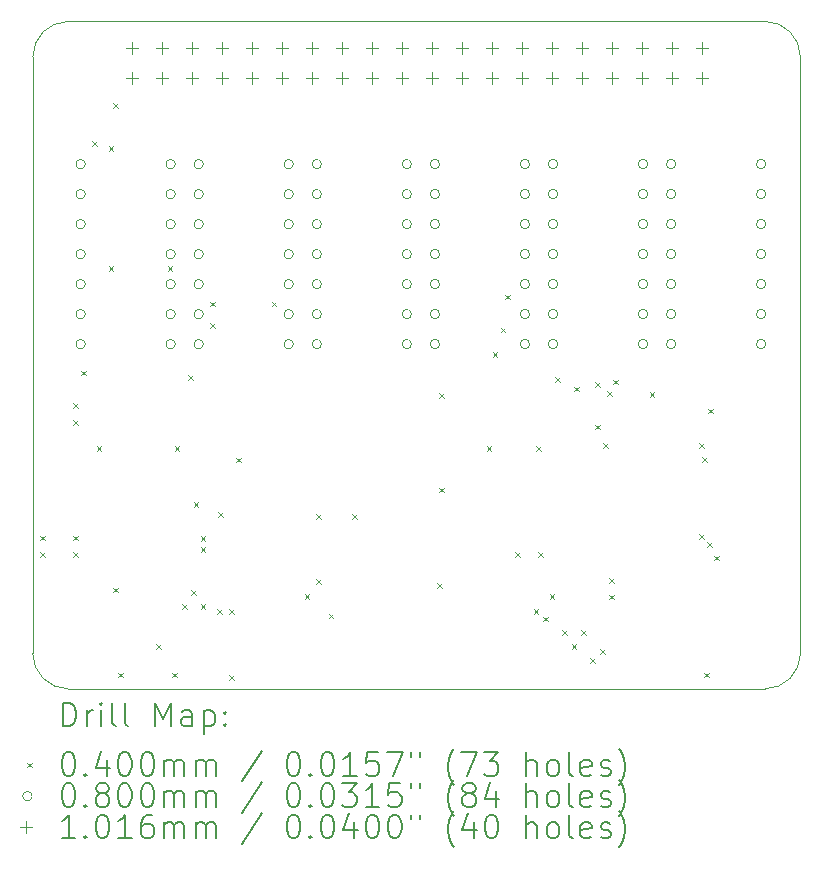
<source format=gbr>
%TF.GenerationSoftware,KiCad,Pcbnew,7.0.8*%
%TF.CreationDate,2023-11-07T21:40:34+02:00*%
%TF.ProjectId,ltp_kikad,6c74705f-6b69-46b6-9164-2e6b69636164,rev?*%
%TF.SameCoordinates,Original*%
%TF.FileFunction,Drillmap*%
%TF.FilePolarity,Positive*%
%FSLAX45Y45*%
G04 Gerber Fmt 4.5, Leading zero omitted, Abs format (unit mm)*
G04 Created by KiCad (PCBNEW 7.0.8) date 2023-11-07 21:40:34*
%MOMM*%
%LPD*%
G01*
G04 APERTURE LIST*
%ADD10C,0.100000*%
%ADD11C,0.200000*%
%ADD12C,0.040000*%
%ADD13C,0.080000*%
%ADD14C,0.101600*%
G04 APERTURE END LIST*
D10*
X18396680Y-7157220D02*
X18396680Y-5607220D01*
X18096680Y-10957220D02*
G75*
G03*
X18396680Y-10657220I0J300000D01*
G01*
X18396680Y-9057220D02*
X18396680Y-7157220D01*
X11896680Y-10657220D02*
G75*
G03*
X12196680Y-10957220I300000J0D01*
G01*
X18397020Y-10656360D02*
X18397020Y-9056360D01*
X18396680Y-5607220D02*
G75*
G03*
X18096680Y-5307220I-300000J0D01*
G01*
X12196680Y-5307220D02*
G75*
G03*
X11896680Y-5607220I0J-300000D01*
G01*
X18096680Y-5307220D02*
X12196680Y-5307220D01*
X18096680Y-10957220D02*
X12196680Y-10957220D01*
X11896680Y-10657220D02*
X11896680Y-5607220D01*
D11*
D12*
X11958700Y-9660000D02*
X11998700Y-9700000D01*
X11998700Y-9660000D02*
X11958700Y-9700000D01*
X11958700Y-9800000D02*
X11998700Y-9840000D01*
X11998700Y-9800000D02*
X11958700Y-9840000D01*
X12238700Y-8540000D02*
X12278700Y-8580000D01*
X12278700Y-8540000D02*
X12238700Y-8580000D01*
X12238700Y-8680000D02*
X12278700Y-8720000D01*
X12278700Y-8680000D02*
X12238700Y-8720000D01*
X12238700Y-9660000D02*
X12278700Y-9700000D01*
X12278700Y-9660000D02*
X12238700Y-9700000D01*
X12238700Y-9800000D02*
X12278700Y-9840000D01*
X12278700Y-9800000D02*
X12238700Y-9840000D01*
X12303750Y-8263336D02*
X12343750Y-8303336D01*
X12343750Y-8263336D02*
X12303750Y-8303336D01*
X12398700Y-6320000D02*
X12438700Y-6360000D01*
X12438700Y-6320000D02*
X12398700Y-6360000D01*
X12438700Y-8900000D02*
X12478700Y-8940000D01*
X12478700Y-8900000D02*
X12438700Y-8940000D01*
X12538700Y-6360000D02*
X12578700Y-6400000D01*
X12578700Y-6360000D02*
X12538700Y-6400000D01*
X12538700Y-7380000D02*
X12578700Y-7420000D01*
X12578700Y-7380000D02*
X12538700Y-7420000D01*
X12578700Y-6000000D02*
X12618700Y-6040000D01*
X12618700Y-6000000D02*
X12578700Y-6040000D01*
X12578700Y-10100000D02*
X12618700Y-10140000D01*
X12618700Y-10100000D02*
X12578700Y-10140000D01*
X12618700Y-10820000D02*
X12658700Y-10860000D01*
X12658700Y-10820000D02*
X12618700Y-10860000D01*
X12938700Y-10580000D02*
X12978700Y-10620000D01*
X12978700Y-10580000D02*
X12938700Y-10620000D01*
X13038700Y-7380000D02*
X13078700Y-7420000D01*
X13078700Y-7380000D02*
X13038700Y-7420000D01*
X13078700Y-10820000D02*
X13118700Y-10860000D01*
X13118700Y-10820000D02*
X13078700Y-10860000D01*
X13098700Y-8900000D02*
X13138700Y-8940000D01*
X13138700Y-8900000D02*
X13098700Y-8940000D01*
X13158700Y-10240000D02*
X13198700Y-10280000D01*
X13198700Y-10240000D02*
X13158700Y-10280000D01*
X13214250Y-8300000D02*
X13254250Y-8340000D01*
X13254250Y-8300000D02*
X13214250Y-8340000D01*
X13238700Y-10120000D02*
X13278700Y-10160000D01*
X13278700Y-10120000D02*
X13238700Y-10160000D01*
X13258700Y-9380000D02*
X13298700Y-9420000D01*
X13298700Y-9380000D02*
X13258700Y-9420000D01*
X13318700Y-9665050D02*
X13358700Y-9705050D01*
X13358700Y-9665050D02*
X13318700Y-9705050D01*
X13318700Y-9760000D02*
X13358700Y-9800000D01*
X13358700Y-9760000D02*
X13318700Y-9800000D01*
X13318700Y-10240000D02*
X13358700Y-10280000D01*
X13358700Y-10240000D02*
X13318700Y-10280000D01*
X13398700Y-7680000D02*
X13438700Y-7720000D01*
X13438700Y-7680000D02*
X13398700Y-7720000D01*
X13398700Y-7860000D02*
X13438700Y-7900000D01*
X13438700Y-7860000D02*
X13398700Y-7900000D01*
X13458700Y-10280000D02*
X13498700Y-10320000D01*
X13498700Y-10280000D02*
X13458700Y-10320000D01*
X13466150Y-9460000D02*
X13506150Y-9500000D01*
X13506150Y-9460000D02*
X13466150Y-9500000D01*
X13558700Y-10280000D02*
X13598700Y-10320000D01*
X13598700Y-10280000D02*
X13558700Y-10320000D01*
X13558700Y-10840000D02*
X13598700Y-10880000D01*
X13598700Y-10840000D02*
X13558700Y-10880000D01*
X13618700Y-9000000D02*
X13658700Y-9040000D01*
X13658700Y-9000000D02*
X13618700Y-9040000D01*
X13918700Y-7680000D02*
X13958700Y-7720000D01*
X13958700Y-7680000D02*
X13918700Y-7720000D01*
X14198700Y-10156000D02*
X14238700Y-10196000D01*
X14238700Y-10156000D02*
X14198700Y-10196000D01*
X14298700Y-9480000D02*
X14338700Y-9520000D01*
X14338700Y-9480000D02*
X14298700Y-9520000D01*
X14298700Y-10029000D02*
X14338700Y-10069000D01*
X14338700Y-10029000D02*
X14298700Y-10069000D01*
X14401200Y-10320000D02*
X14441200Y-10360000D01*
X14441200Y-10320000D02*
X14401200Y-10360000D01*
X14598700Y-9480000D02*
X14638700Y-9520000D01*
X14638700Y-9480000D02*
X14598700Y-9520000D01*
X15318700Y-10060000D02*
X15358700Y-10100000D01*
X15358700Y-10060000D02*
X15318700Y-10100000D01*
X15338700Y-8455000D02*
X15378700Y-8495000D01*
X15378700Y-8455000D02*
X15338700Y-8495000D01*
X15338700Y-9255000D02*
X15378700Y-9295000D01*
X15378700Y-9255000D02*
X15338700Y-9295000D01*
X15738701Y-8900000D02*
X15778701Y-8940000D01*
X15778701Y-8900000D02*
X15738701Y-8940000D01*
X15791250Y-8106460D02*
X15831250Y-8146460D01*
X15831250Y-8106460D02*
X15791250Y-8146460D01*
X15858700Y-7900000D02*
X15898700Y-7940000D01*
X15898700Y-7900000D02*
X15858700Y-7940000D01*
X15898700Y-7620000D02*
X15938700Y-7660000D01*
X15938700Y-7620000D02*
X15898700Y-7660000D01*
X15978700Y-9800000D02*
X16018700Y-9840000D01*
X16018700Y-9800000D02*
X15978700Y-9840000D01*
X16138700Y-10280000D02*
X16178700Y-10320000D01*
X16178700Y-10280000D02*
X16138700Y-10320000D01*
X16158700Y-8900000D02*
X16198700Y-8940000D01*
X16198700Y-8900000D02*
X16158700Y-8940000D01*
X16178700Y-9800000D02*
X16218700Y-9840000D01*
X16218700Y-9800000D02*
X16178700Y-9840000D01*
X16218700Y-10347450D02*
X16258700Y-10387450D01*
X16258700Y-10347450D02*
X16218700Y-10387450D01*
X16272700Y-10154000D02*
X16312700Y-10194000D01*
X16312700Y-10154000D02*
X16272700Y-10194000D01*
X16318700Y-8320000D02*
X16358700Y-8360000D01*
X16358700Y-8320000D02*
X16318700Y-8360000D01*
X16378700Y-10460000D02*
X16418700Y-10500000D01*
X16418700Y-10460000D02*
X16378700Y-10500000D01*
X16458700Y-10580000D02*
X16498700Y-10620000D01*
X16498700Y-10580000D02*
X16458700Y-10620000D01*
X16478700Y-8400000D02*
X16518700Y-8440000D01*
X16518700Y-8400000D02*
X16478700Y-8440000D01*
X16538700Y-10460000D02*
X16578700Y-10500000D01*
X16578700Y-10460000D02*
X16538700Y-10500000D01*
X16618700Y-10700000D02*
X16658700Y-10740000D01*
X16658700Y-10700000D02*
X16618700Y-10740000D01*
X16658700Y-8360000D02*
X16698700Y-8400000D01*
X16698700Y-8360000D02*
X16658700Y-8400000D01*
X16658700Y-8720000D02*
X16698700Y-8760000D01*
X16698700Y-8720000D02*
X16658700Y-8760000D01*
X16698700Y-10620000D02*
X16738700Y-10660000D01*
X16738700Y-10620000D02*
X16698700Y-10660000D01*
X16726150Y-8880000D02*
X16766150Y-8920000D01*
X16766150Y-8880000D02*
X16726150Y-8920000D01*
X16758700Y-8440000D02*
X16798700Y-8480000D01*
X16798700Y-8440000D02*
X16758700Y-8480000D01*
X16778700Y-10020000D02*
X16818700Y-10060000D01*
X16818700Y-10020000D02*
X16778700Y-10060000D01*
X16778700Y-10160000D02*
X16818700Y-10200000D01*
X16818700Y-10160000D02*
X16778700Y-10200000D01*
X16811200Y-8340000D02*
X16851200Y-8380000D01*
X16851200Y-8340000D02*
X16811200Y-8380000D01*
X17118700Y-8443744D02*
X17158700Y-8483744D01*
X17158700Y-8443744D02*
X17118700Y-8483744D01*
X17538700Y-8880000D02*
X17578700Y-8920000D01*
X17578700Y-8880000D02*
X17538700Y-8920000D01*
X17538700Y-9646000D02*
X17578700Y-9686000D01*
X17578700Y-9646000D02*
X17538700Y-9686000D01*
X17564731Y-8998581D02*
X17604731Y-9038581D01*
X17604731Y-8998581D02*
X17564731Y-9038581D01*
X17578700Y-10820000D02*
X17618700Y-10860000D01*
X17618700Y-10820000D02*
X17578700Y-10860000D01*
X17608851Y-9713450D02*
X17648851Y-9753450D01*
X17648851Y-9713450D02*
X17608851Y-9753450D01*
X17612963Y-8585737D02*
X17652963Y-8625737D01*
X17652963Y-8585737D02*
X17612963Y-8625737D01*
X17668700Y-9830000D02*
X17708700Y-9870000D01*
X17708700Y-9830000D02*
X17668700Y-9870000D01*
D13*
X12341700Y-6515000D02*
G75*
G03*
X12341700Y-6515000I-40000J0D01*
G01*
X12341700Y-6769000D02*
G75*
G03*
X12341700Y-6769000I-40000J0D01*
G01*
X12341700Y-7023000D02*
G75*
G03*
X12341700Y-7023000I-40000J0D01*
G01*
X12341700Y-7277000D02*
G75*
G03*
X12341700Y-7277000I-40000J0D01*
G01*
X12341700Y-7531000D02*
G75*
G03*
X12341700Y-7531000I-40000J0D01*
G01*
X12341700Y-7785000D02*
G75*
G03*
X12341700Y-7785000I-40000J0D01*
G01*
X12341700Y-8039000D02*
G75*
G03*
X12341700Y-8039000I-40000J0D01*
G01*
X13103700Y-6515000D02*
G75*
G03*
X13103700Y-6515000I-40000J0D01*
G01*
X13103700Y-6769000D02*
G75*
G03*
X13103700Y-6769000I-40000J0D01*
G01*
X13103700Y-7023000D02*
G75*
G03*
X13103700Y-7023000I-40000J0D01*
G01*
X13103700Y-7277000D02*
G75*
G03*
X13103700Y-7277000I-40000J0D01*
G01*
X13103700Y-7531000D02*
G75*
G03*
X13103700Y-7531000I-40000J0D01*
G01*
X13103700Y-7785000D02*
G75*
G03*
X13103700Y-7785000I-40000J0D01*
G01*
X13103700Y-8039000D02*
G75*
G03*
X13103700Y-8039000I-40000J0D01*
G01*
X13341700Y-6515000D02*
G75*
G03*
X13341700Y-6515000I-40000J0D01*
G01*
X13341700Y-6769000D02*
G75*
G03*
X13341700Y-6769000I-40000J0D01*
G01*
X13341700Y-7023000D02*
G75*
G03*
X13341700Y-7023000I-40000J0D01*
G01*
X13341700Y-7277000D02*
G75*
G03*
X13341700Y-7277000I-40000J0D01*
G01*
X13341700Y-7531000D02*
G75*
G03*
X13341700Y-7531000I-40000J0D01*
G01*
X13341700Y-7785000D02*
G75*
G03*
X13341700Y-7785000I-40000J0D01*
G01*
X13341700Y-8039000D02*
G75*
G03*
X13341700Y-8039000I-40000J0D01*
G01*
X14103700Y-6515000D02*
G75*
G03*
X14103700Y-6515000I-40000J0D01*
G01*
X14103700Y-6769000D02*
G75*
G03*
X14103700Y-6769000I-40000J0D01*
G01*
X14103700Y-7023000D02*
G75*
G03*
X14103700Y-7023000I-40000J0D01*
G01*
X14103700Y-7277000D02*
G75*
G03*
X14103700Y-7277000I-40000J0D01*
G01*
X14103700Y-7531000D02*
G75*
G03*
X14103700Y-7531000I-40000J0D01*
G01*
X14103700Y-7785000D02*
G75*
G03*
X14103700Y-7785000I-40000J0D01*
G01*
X14103700Y-8039000D02*
G75*
G03*
X14103700Y-8039000I-40000J0D01*
G01*
X14341700Y-6514960D02*
G75*
G03*
X14341700Y-6514960I-40000J0D01*
G01*
X14341700Y-6768960D02*
G75*
G03*
X14341700Y-6768960I-40000J0D01*
G01*
X14341700Y-7022960D02*
G75*
G03*
X14341700Y-7022960I-40000J0D01*
G01*
X14341700Y-7276960D02*
G75*
G03*
X14341700Y-7276960I-40000J0D01*
G01*
X14341700Y-7530960D02*
G75*
G03*
X14341700Y-7530960I-40000J0D01*
G01*
X14341700Y-7784960D02*
G75*
G03*
X14341700Y-7784960I-40000J0D01*
G01*
X14341700Y-8038960D02*
G75*
G03*
X14341700Y-8038960I-40000J0D01*
G01*
X15103700Y-6514960D02*
G75*
G03*
X15103700Y-6514960I-40000J0D01*
G01*
X15103700Y-6768960D02*
G75*
G03*
X15103700Y-6768960I-40000J0D01*
G01*
X15103700Y-7022960D02*
G75*
G03*
X15103700Y-7022960I-40000J0D01*
G01*
X15103700Y-7276960D02*
G75*
G03*
X15103700Y-7276960I-40000J0D01*
G01*
X15103700Y-7530960D02*
G75*
G03*
X15103700Y-7530960I-40000J0D01*
G01*
X15103700Y-7784960D02*
G75*
G03*
X15103700Y-7784960I-40000J0D01*
G01*
X15103700Y-8038960D02*
G75*
G03*
X15103700Y-8038960I-40000J0D01*
G01*
X15341700Y-6514960D02*
G75*
G03*
X15341700Y-6514960I-40000J0D01*
G01*
X15341700Y-6768960D02*
G75*
G03*
X15341700Y-6768960I-40000J0D01*
G01*
X15341700Y-7022960D02*
G75*
G03*
X15341700Y-7022960I-40000J0D01*
G01*
X15341700Y-7276960D02*
G75*
G03*
X15341700Y-7276960I-40000J0D01*
G01*
X15341700Y-7530960D02*
G75*
G03*
X15341700Y-7530960I-40000J0D01*
G01*
X15341700Y-7784960D02*
G75*
G03*
X15341700Y-7784960I-40000J0D01*
G01*
X15341700Y-8038960D02*
G75*
G03*
X15341700Y-8038960I-40000J0D01*
G01*
X16103700Y-6514960D02*
G75*
G03*
X16103700Y-6514960I-40000J0D01*
G01*
X16103700Y-6768960D02*
G75*
G03*
X16103700Y-6768960I-40000J0D01*
G01*
X16103700Y-7022960D02*
G75*
G03*
X16103700Y-7022960I-40000J0D01*
G01*
X16103700Y-7276960D02*
G75*
G03*
X16103700Y-7276960I-40000J0D01*
G01*
X16103700Y-7530960D02*
G75*
G03*
X16103700Y-7530960I-40000J0D01*
G01*
X16103700Y-7784960D02*
G75*
G03*
X16103700Y-7784960I-40000J0D01*
G01*
X16103700Y-8038960D02*
G75*
G03*
X16103700Y-8038960I-40000J0D01*
G01*
X16341700Y-6515000D02*
G75*
G03*
X16341700Y-6515000I-40000J0D01*
G01*
X16341700Y-6769000D02*
G75*
G03*
X16341700Y-6769000I-40000J0D01*
G01*
X16341700Y-7023000D02*
G75*
G03*
X16341700Y-7023000I-40000J0D01*
G01*
X16341700Y-7277000D02*
G75*
G03*
X16341700Y-7277000I-40000J0D01*
G01*
X16341700Y-7531000D02*
G75*
G03*
X16341700Y-7531000I-40000J0D01*
G01*
X16341700Y-7785000D02*
G75*
G03*
X16341700Y-7785000I-40000J0D01*
G01*
X16341700Y-8039000D02*
G75*
G03*
X16341700Y-8039000I-40000J0D01*
G01*
X17103700Y-6515000D02*
G75*
G03*
X17103700Y-6515000I-40000J0D01*
G01*
X17103700Y-6769000D02*
G75*
G03*
X17103700Y-6769000I-40000J0D01*
G01*
X17103700Y-7023000D02*
G75*
G03*
X17103700Y-7023000I-40000J0D01*
G01*
X17103700Y-7277000D02*
G75*
G03*
X17103700Y-7277000I-40000J0D01*
G01*
X17103700Y-7531000D02*
G75*
G03*
X17103700Y-7531000I-40000J0D01*
G01*
X17103700Y-7785000D02*
G75*
G03*
X17103700Y-7785000I-40000J0D01*
G01*
X17103700Y-8039000D02*
G75*
G03*
X17103700Y-8039000I-40000J0D01*
G01*
X17341700Y-6515000D02*
G75*
G03*
X17341700Y-6515000I-40000J0D01*
G01*
X17341700Y-6769000D02*
G75*
G03*
X17341700Y-6769000I-40000J0D01*
G01*
X17341700Y-7023000D02*
G75*
G03*
X17341700Y-7023000I-40000J0D01*
G01*
X17341700Y-7277000D02*
G75*
G03*
X17341700Y-7277000I-40000J0D01*
G01*
X17341700Y-7531000D02*
G75*
G03*
X17341700Y-7531000I-40000J0D01*
G01*
X17341700Y-7785000D02*
G75*
G03*
X17341700Y-7785000I-40000J0D01*
G01*
X17341700Y-8039000D02*
G75*
G03*
X17341700Y-8039000I-40000J0D01*
G01*
X18103700Y-6515000D02*
G75*
G03*
X18103700Y-6515000I-40000J0D01*
G01*
X18103700Y-6769000D02*
G75*
G03*
X18103700Y-6769000I-40000J0D01*
G01*
X18103700Y-7023000D02*
G75*
G03*
X18103700Y-7023000I-40000J0D01*
G01*
X18103700Y-7277000D02*
G75*
G03*
X18103700Y-7277000I-40000J0D01*
G01*
X18103700Y-7531000D02*
G75*
G03*
X18103700Y-7531000I-40000J0D01*
G01*
X18103700Y-7785000D02*
G75*
G03*
X18103700Y-7785000I-40000J0D01*
G01*
X18103700Y-8039000D02*
G75*
G03*
X18103700Y-8039000I-40000J0D01*
G01*
D14*
X12733000Y-5479200D02*
X12733000Y-5580800D01*
X12682200Y-5530000D02*
X12783800Y-5530000D01*
X12733000Y-5733200D02*
X12733000Y-5834800D01*
X12682200Y-5784000D02*
X12783800Y-5784000D01*
X12987000Y-5479200D02*
X12987000Y-5580800D01*
X12936200Y-5530000D02*
X13037800Y-5530000D01*
X12987000Y-5733200D02*
X12987000Y-5834800D01*
X12936200Y-5784000D02*
X13037800Y-5784000D01*
X13241000Y-5479200D02*
X13241000Y-5580800D01*
X13190200Y-5530000D02*
X13291800Y-5530000D01*
X13241000Y-5733200D02*
X13241000Y-5834800D01*
X13190200Y-5784000D02*
X13291800Y-5784000D01*
X13495000Y-5479200D02*
X13495000Y-5580800D01*
X13444200Y-5530000D02*
X13545800Y-5530000D01*
X13495000Y-5733200D02*
X13495000Y-5834800D01*
X13444200Y-5784000D02*
X13545800Y-5784000D01*
X13749000Y-5479200D02*
X13749000Y-5580800D01*
X13698200Y-5530000D02*
X13799800Y-5530000D01*
X13749000Y-5733200D02*
X13749000Y-5834800D01*
X13698200Y-5784000D02*
X13799800Y-5784000D01*
X14003000Y-5479200D02*
X14003000Y-5580800D01*
X13952200Y-5530000D02*
X14053800Y-5530000D01*
X14003000Y-5733200D02*
X14003000Y-5834800D01*
X13952200Y-5784000D02*
X14053800Y-5784000D01*
X14257000Y-5479200D02*
X14257000Y-5580800D01*
X14206200Y-5530000D02*
X14307800Y-5530000D01*
X14257000Y-5733200D02*
X14257000Y-5834800D01*
X14206200Y-5784000D02*
X14307800Y-5784000D01*
X14511000Y-5479200D02*
X14511000Y-5580800D01*
X14460200Y-5530000D02*
X14561800Y-5530000D01*
X14511000Y-5733200D02*
X14511000Y-5834800D01*
X14460200Y-5784000D02*
X14561800Y-5784000D01*
X14765000Y-5479200D02*
X14765000Y-5580800D01*
X14714200Y-5530000D02*
X14815800Y-5530000D01*
X14765000Y-5733200D02*
X14765000Y-5834800D01*
X14714200Y-5784000D02*
X14815800Y-5784000D01*
X15019000Y-5479200D02*
X15019000Y-5580800D01*
X14968200Y-5530000D02*
X15069800Y-5530000D01*
X15019000Y-5733200D02*
X15019000Y-5834800D01*
X14968200Y-5784000D02*
X15069800Y-5784000D01*
X15273000Y-5479200D02*
X15273000Y-5580800D01*
X15222200Y-5530000D02*
X15323800Y-5530000D01*
X15273000Y-5733200D02*
X15273000Y-5834800D01*
X15222200Y-5784000D02*
X15323800Y-5784000D01*
X15527000Y-5479200D02*
X15527000Y-5580800D01*
X15476200Y-5530000D02*
X15577800Y-5530000D01*
X15527000Y-5733200D02*
X15527000Y-5834800D01*
X15476200Y-5784000D02*
X15577800Y-5784000D01*
X15781000Y-5479200D02*
X15781000Y-5580800D01*
X15730200Y-5530000D02*
X15831800Y-5530000D01*
X15781000Y-5733200D02*
X15781000Y-5834800D01*
X15730200Y-5784000D02*
X15831800Y-5784000D01*
X16035000Y-5479200D02*
X16035000Y-5580800D01*
X15984200Y-5530000D02*
X16085800Y-5530000D01*
X16035000Y-5733200D02*
X16035000Y-5834800D01*
X15984200Y-5784000D02*
X16085800Y-5784000D01*
X16289000Y-5479200D02*
X16289000Y-5580800D01*
X16238200Y-5530000D02*
X16339800Y-5530000D01*
X16289000Y-5733200D02*
X16289000Y-5834800D01*
X16238200Y-5784000D02*
X16339800Y-5784000D01*
X16543000Y-5479200D02*
X16543000Y-5580800D01*
X16492200Y-5530000D02*
X16593800Y-5530000D01*
X16543000Y-5733200D02*
X16543000Y-5834800D01*
X16492200Y-5784000D02*
X16593800Y-5784000D01*
X16797000Y-5479200D02*
X16797000Y-5580800D01*
X16746200Y-5530000D02*
X16847800Y-5530000D01*
X16797000Y-5733200D02*
X16797000Y-5834800D01*
X16746200Y-5784000D02*
X16847800Y-5784000D01*
X17051000Y-5479200D02*
X17051000Y-5580800D01*
X17000200Y-5530000D02*
X17101800Y-5530000D01*
X17051000Y-5733200D02*
X17051000Y-5834800D01*
X17000200Y-5784000D02*
X17101800Y-5784000D01*
X17305000Y-5479200D02*
X17305000Y-5580800D01*
X17254200Y-5530000D02*
X17355800Y-5530000D01*
X17305000Y-5733200D02*
X17305000Y-5834800D01*
X17254200Y-5784000D02*
X17355800Y-5784000D01*
X17559000Y-5479200D02*
X17559000Y-5580800D01*
X17508200Y-5530000D02*
X17609800Y-5530000D01*
X17559000Y-5733200D02*
X17559000Y-5834800D01*
X17508200Y-5784000D02*
X17609800Y-5784000D01*
D11*
X12152457Y-11273704D02*
X12152457Y-11073704D01*
X12152457Y-11073704D02*
X12200076Y-11073704D01*
X12200076Y-11073704D02*
X12228647Y-11083228D01*
X12228647Y-11083228D02*
X12247695Y-11102275D01*
X12247695Y-11102275D02*
X12257219Y-11121323D01*
X12257219Y-11121323D02*
X12266742Y-11159418D01*
X12266742Y-11159418D02*
X12266742Y-11187989D01*
X12266742Y-11187989D02*
X12257219Y-11226085D01*
X12257219Y-11226085D02*
X12247695Y-11245132D01*
X12247695Y-11245132D02*
X12228647Y-11264180D01*
X12228647Y-11264180D02*
X12200076Y-11273704D01*
X12200076Y-11273704D02*
X12152457Y-11273704D01*
X12352457Y-11273704D02*
X12352457Y-11140370D01*
X12352457Y-11178466D02*
X12361981Y-11159418D01*
X12361981Y-11159418D02*
X12371504Y-11149894D01*
X12371504Y-11149894D02*
X12390552Y-11140370D01*
X12390552Y-11140370D02*
X12409600Y-11140370D01*
X12476266Y-11273704D02*
X12476266Y-11140370D01*
X12476266Y-11073704D02*
X12466742Y-11083228D01*
X12466742Y-11083228D02*
X12476266Y-11092751D01*
X12476266Y-11092751D02*
X12485790Y-11083228D01*
X12485790Y-11083228D02*
X12476266Y-11073704D01*
X12476266Y-11073704D02*
X12476266Y-11092751D01*
X12600076Y-11273704D02*
X12581028Y-11264180D01*
X12581028Y-11264180D02*
X12571504Y-11245132D01*
X12571504Y-11245132D02*
X12571504Y-11073704D01*
X12704838Y-11273704D02*
X12685790Y-11264180D01*
X12685790Y-11264180D02*
X12676266Y-11245132D01*
X12676266Y-11245132D02*
X12676266Y-11073704D01*
X12933409Y-11273704D02*
X12933409Y-11073704D01*
X12933409Y-11073704D02*
X13000076Y-11216561D01*
X13000076Y-11216561D02*
X13066742Y-11073704D01*
X13066742Y-11073704D02*
X13066742Y-11273704D01*
X13247695Y-11273704D02*
X13247695Y-11168942D01*
X13247695Y-11168942D02*
X13238171Y-11149894D01*
X13238171Y-11149894D02*
X13219123Y-11140370D01*
X13219123Y-11140370D02*
X13181028Y-11140370D01*
X13181028Y-11140370D02*
X13161981Y-11149894D01*
X13247695Y-11264180D02*
X13228647Y-11273704D01*
X13228647Y-11273704D02*
X13181028Y-11273704D01*
X13181028Y-11273704D02*
X13161981Y-11264180D01*
X13161981Y-11264180D02*
X13152457Y-11245132D01*
X13152457Y-11245132D02*
X13152457Y-11226085D01*
X13152457Y-11226085D02*
X13161981Y-11207037D01*
X13161981Y-11207037D02*
X13181028Y-11197513D01*
X13181028Y-11197513D02*
X13228647Y-11197513D01*
X13228647Y-11197513D02*
X13247695Y-11187989D01*
X13342933Y-11140370D02*
X13342933Y-11340370D01*
X13342933Y-11149894D02*
X13361981Y-11140370D01*
X13361981Y-11140370D02*
X13400076Y-11140370D01*
X13400076Y-11140370D02*
X13419123Y-11149894D01*
X13419123Y-11149894D02*
X13428647Y-11159418D01*
X13428647Y-11159418D02*
X13438171Y-11178466D01*
X13438171Y-11178466D02*
X13438171Y-11235608D01*
X13438171Y-11235608D02*
X13428647Y-11254656D01*
X13428647Y-11254656D02*
X13419123Y-11264180D01*
X13419123Y-11264180D02*
X13400076Y-11273704D01*
X13400076Y-11273704D02*
X13361981Y-11273704D01*
X13361981Y-11273704D02*
X13342933Y-11264180D01*
X13523885Y-11254656D02*
X13533409Y-11264180D01*
X13533409Y-11264180D02*
X13523885Y-11273704D01*
X13523885Y-11273704D02*
X13514362Y-11264180D01*
X13514362Y-11264180D02*
X13523885Y-11254656D01*
X13523885Y-11254656D02*
X13523885Y-11273704D01*
X13523885Y-11149894D02*
X13533409Y-11159418D01*
X13533409Y-11159418D02*
X13523885Y-11168942D01*
X13523885Y-11168942D02*
X13514362Y-11159418D01*
X13514362Y-11159418D02*
X13523885Y-11149894D01*
X13523885Y-11149894D02*
X13523885Y-11168942D01*
D12*
X11851680Y-11582220D02*
X11891680Y-11622220D01*
X11891680Y-11582220D02*
X11851680Y-11622220D01*
D11*
X12190552Y-11493704D02*
X12209600Y-11493704D01*
X12209600Y-11493704D02*
X12228647Y-11503228D01*
X12228647Y-11503228D02*
X12238171Y-11512751D01*
X12238171Y-11512751D02*
X12247695Y-11531799D01*
X12247695Y-11531799D02*
X12257219Y-11569894D01*
X12257219Y-11569894D02*
X12257219Y-11617513D01*
X12257219Y-11617513D02*
X12247695Y-11655608D01*
X12247695Y-11655608D02*
X12238171Y-11674656D01*
X12238171Y-11674656D02*
X12228647Y-11684180D01*
X12228647Y-11684180D02*
X12209600Y-11693704D01*
X12209600Y-11693704D02*
X12190552Y-11693704D01*
X12190552Y-11693704D02*
X12171504Y-11684180D01*
X12171504Y-11684180D02*
X12161981Y-11674656D01*
X12161981Y-11674656D02*
X12152457Y-11655608D01*
X12152457Y-11655608D02*
X12142933Y-11617513D01*
X12142933Y-11617513D02*
X12142933Y-11569894D01*
X12142933Y-11569894D02*
X12152457Y-11531799D01*
X12152457Y-11531799D02*
X12161981Y-11512751D01*
X12161981Y-11512751D02*
X12171504Y-11503228D01*
X12171504Y-11503228D02*
X12190552Y-11493704D01*
X12342933Y-11674656D02*
X12352457Y-11684180D01*
X12352457Y-11684180D02*
X12342933Y-11693704D01*
X12342933Y-11693704D02*
X12333409Y-11684180D01*
X12333409Y-11684180D02*
X12342933Y-11674656D01*
X12342933Y-11674656D02*
X12342933Y-11693704D01*
X12523885Y-11560370D02*
X12523885Y-11693704D01*
X12476266Y-11484180D02*
X12428647Y-11627037D01*
X12428647Y-11627037D02*
X12552457Y-11627037D01*
X12666742Y-11493704D02*
X12685790Y-11493704D01*
X12685790Y-11493704D02*
X12704838Y-11503228D01*
X12704838Y-11503228D02*
X12714362Y-11512751D01*
X12714362Y-11512751D02*
X12723885Y-11531799D01*
X12723885Y-11531799D02*
X12733409Y-11569894D01*
X12733409Y-11569894D02*
X12733409Y-11617513D01*
X12733409Y-11617513D02*
X12723885Y-11655608D01*
X12723885Y-11655608D02*
X12714362Y-11674656D01*
X12714362Y-11674656D02*
X12704838Y-11684180D01*
X12704838Y-11684180D02*
X12685790Y-11693704D01*
X12685790Y-11693704D02*
X12666742Y-11693704D01*
X12666742Y-11693704D02*
X12647695Y-11684180D01*
X12647695Y-11684180D02*
X12638171Y-11674656D01*
X12638171Y-11674656D02*
X12628647Y-11655608D01*
X12628647Y-11655608D02*
X12619123Y-11617513D01*
X12619123Y-11617513D02*
X12619123Y-11569894D01*
X12619123Y-11569894D02*
X12628647Y-11531799D01*
X12628647Y-11531799D02*
X12638171Y-11512751D01*
X12638171Y-11512751D02*
X12647695Y-11503228D01*
X12647695Y-11503228D02*
X12666742Y-11493704D01*
X12857219Y-11493704D02*
X12876266Y-11493704D01*
X12876266Y-11493704D02*
X12895314Y-11503228D01*
X12895314Y-11503228D02*
X12904838Y-11512751D01*
X12904838Y-11512751D02*
X12914362Y-11531799D01*
X12914362Y-11531799D02*
X12923885Y-11569894D01*
X12923885Y-11569894D02*
X12923885Y-11617513D01*
X12923885Y-11617513D02*
X12914362Y-11655608D01*
X12914362Y-11655608D02*
X12904838Y-11674656D01*
X12904838Y-11674656D02*
X12895314Y-11684180D01*
X12895314Y-11684180D02*
X12876266Y-11693704D01*
X12876266Y-11693704D02*
X12857219Y-11693704D01*
X12857219Y-11693704D02*
X12838171Y-11684180D01*
X12838171Y-11684180D02*
X12828647Y-11674656D01*
X12828647Y-11674656D02*
X12819123Y-11655608D01*
X12819123Y-11655608D02*
X12809600Y-11617513D01*
X12809600Y-11617513D02*
X12809600Y-11569894D01*
X12809600Y-11569894D02*
X12819123Y-11531799D01*
X12819123Y-11531799D02*
X12828647Y-11512751D01*
X12828647Y-11512751D02*
X12838171Y-11503228D01*
X12838171Y-11503228D02*
X12857219Y-11493704D01*
X13009600Y-11693704D02*
X13009600Y-11560370D01*
X13009600Y-11579418D02*
X13019123Y-11569894D01*
X13019123Y-11569894D02*
X13038171Y-11560370D01*
X13038171Y-11560370D02*
X13066743Y-11560370D01*
X13066743Y-11560370D02*
X13085790Y-11569894D01*
X13085790Y-11569894D02*
X13095314Y-11588942D01*
X13095314Y-11588942D02*
X13095314Y-11693704D01*
X13095314Y-11588942D02*
X13104838Y-11569894D01*
X13104838Y-11569894D02*
X13123885Y-11560370D01*
X13123885Y-11560370D02*
X13152457Y-11560370D01*
X13152457Y-11560370D02*
X13171504Y-11569894D01*
X13171504Y-11569894D02*
X13181028Y-11588942D01*
X13181028Y-11588942D02*
X13181028Y-11693704D01*
X13276266Y-11693704D02*
X13276266Y-11560370D01*
X13276266Y-11579418D02*
X13285790Y-11569894D01*
X13285790Y-11569894D02*
X13304838Y-11560370D01*
X13304838Y-11560370D02*
X13333409Y-11560370D01*
X13333409Y-11560370D02*
X13352457Y-11569894D01*
X13352457Y-11569894D02*
X13361981Y-11588942D01*
X13361981Y-11588942D02*
X13361981Y-11693704D01*
X13361981Y-11588942D02*
X13371504Y-11569894D01*
X13371504Y-11569894D02*
X13390552Y-11560370D01*
X13390552Y-11560370D02*
X13419123Y-11560370D01*
X13419123Y-11560370D02*
X13438171Y-11569894D01*
X13438171Y-11569894D02*
X13447695Y-11588942D01*
X13447695Y-11588942D02*
X13447695Y-11693704D01*
X13838171Y-11484180D02*
X13666743Y-11741323D01*
X14095314Y-11493704D02*
X14114362Y-11493704D01*
X14114362Y-11493704D02*
X14133409Y-11503228D01*
X14133409Y-11503228D02*
X14142933Y-11512751D01*
X14142933Y-11512751D02*
X14152457Y-11531799D01*
X14152457Y-11531799D02*
X14161981Y-11569894D01*
X14161981Y-11569894D02*
X14161981Y-11617513D01*
X14161981Y-11617513D02*
X14152457Y-11655608D01*
X14152457Y-11655608D02*
X14142933Y-11674656D01*
X14142933Y-11674656D02*
X14133409Y-11684180D01*
X14133409Y-11684180D02*
X14114362Y-11693704D01*
X14114362Y-11693704D02*
X14095314Y-11693704D01*
X14095314Y-11693704D02*
X14076266Y-11684180D01*
X14076266Y-11684180D02*
X14066743Y-11674656D01*
X14066743Y-11674656D02*
X14057219Y-11655608D01*
X14057219Y-11655608D02*
X14047695Y-11617513D01*
X14047695Y-11617513D02*
X14047695Y-11569894D01*
X14047695Y-11569894D02*
X14057219Y-11531799D01*
X14057219Y-11531799D02*
X14066743Y-11512751D01*
X14066743Y-11512751D02*
X14076266Y-11503228D01*
X14076266Y-11503228D02*
X14095314Y-11493704D01*
X14247695Y-11674656D02*
X14257219Y-11684180D01*
X14257219Y-11684180D02*
X14247695Y-11693704D01*
X14247695Y-11693704D02*
X14238171Y-11684180D01*
X14238171Y-11684180D02*
X14247695Y-11674656D01*
X14247695Y-11674656D02*
X14247695Y-11693704D01*
X14381028Y-11493704D02*
X14400076Y-11493704D01*
X14400076Y-11493704D02*
X14419124Y-11503228D01*
X14419124Y-11503228D02*
X14428647Y-11512751D01*
X14428647Y-11512751D02*
X14438171Y-11531799D01*
X14438171Y-11531799D02*
X14447695Y-11569894D01*
X14447695Y-11569894D02*
X14447695Y-11617513D01*
X14447695Y-11617513D02*
X14438171Y-11655608D01*
X14438171Y-11655608D02*
X14428647Y-11674656D01*
X14428647Y-11674656D02*
X14419124Y-11684180D01*
X14419124Y-11684180D02*
X14400076Y-11693704D01*
X14400076Y-11693704D02*
X14381028Y-11693704D01*
X14381028Y-11693704D02*
X14361981Y-11684180D01*
X14361981Y-11684180D02*
X14352457Y-11674656D01*
X14352457Y-11674656D02*
X14342933Y-11655608D01*
X14342933Y-11655608D02*
X14333409Y-11617513D01*
X14333409Y-11617513D02*
X14333409Y-11569894D01*
X14333409Y-11569894D02*
X14342933Y-11531799D01*
X14342933Y-11531799D02*
X14352457Y-11512751D01*
X14352457Y-11512751D02*
X14361981Y-11503228D01*
X14361981Y-11503228D02*
X14381028Y-11493704D01*
X14638171Y-11693704D02*
X14523886Y-11693704D01*
X14581028Y-11693704D02*
X14581028Y-11493704D01*
X14581028Y-11493704D02*
X14561981Y-11522275D01*
X14561981Y-11522275D02*
X14542933Y-11541323D01*
X14542933Y-11541323D02*
X14523886Y-11550847D01*
X14819124Y-11493704D02*
X14723886Y-11493704D01*
X14723886Y-11493704D02*
X14714362Y-11588942D01*
X14714362Y-11588942D02*
X14723886Y-11579418D01*
X14723886Y-11579418D02*
X14742933Y-11569894D01*
X14742933Y-11569894D02*
X14790552Y-11569894D01*
X14790552Y-11569894D02*
X14809600Y-11579418D01*
X14809600Y-11579418D02*
X14819124Y-11588942D01*
X14819124Y-11588942D02*
X14828647Y-11607989D01*
X14828647Y-11607989D02*
X14828647Y-11655608D01*
X14828647Y-11655608D02*
X14819124Y-11674656D01*
X14819124Y-11674656D02*
X14809600Y-11684180D01*
X14809600Y-11684180D02*
X14790552Y-11693704D01*
X14790552Y-11693704D02*
X14742933Y-11693704D01*
X14742933Y-11693704D02*
X14723886Y-11684180D01*
X14723886Y-11684180D02*
X14714362Y-11674656D01*
X14895314Y-11493704D02*
X15028647Y-11493704D01*
X15028647Y-11493704D02*
X14942933Y-11693704D01*
X15095314Y-11493704D02*
X15095314Y-11531799D01*
X15171505Y-11493704D02*
X15171505Y-11531799D01*
X15466743Y-11769894D02*
X15457219Y-11760370D01*
X15457219Y-11760370D02*
X15438171Y-11731799D01*
X15438171Y-11731799D02*
X15428648Y-11712751D01*
X15428648Y-11712751D02*
X15419124Y-11684180D01*
X15419124Y-11684180D02*
X15409600Y-11636561D01*
X15409600Y-11636561D02*
X15409600Y-11598466D01*
X15409600Y-11598466D02*
X15419124Y-11550847D01*
X15419124Y-11550847D02*
X15428648Y-11522275D01*
X15428648Y-11522275D02*
X15438171Y-11503228D01*
X15438171Y-11503228D02*
X15457219Y-11474656D01*
X15457219Y-11474656D02*
X15466743Y-11465132D01*
X15523886Y-11493704D02*
X15657219Y-11493704D01*
X15657219Y-11493704D02*
X15571505Y-11693704D01*
X15714362Y-11493704D02*
X15838171Y-11493704D01*
X15838171Y-11493704D02*
X15771505Y-11569894D01*
X15771505Y-11569894D02*
X15800076Y-11569894D01*
X15800076Y-11569894D02*
X15819124Y-11579418D01*
X15819124Y-11579418D02*
X15828648Y-11588942D01*
X15828648Y-11588942D02*
X15838171Y-11607989D01*
X15838171Y-11607989D02*
X15838171Y-11655608D01*
X15838171Y-11655608D02*
X15828648Y-11674656D01*
X15828648Y-11674656D02*
X15819124Y-11684180D01*
X15819124Y-11684180D02*
X15800076Y-11693704D01*
X15800076Y-11693704D02*
X15742933Y-11693704D01*
X15742933Y-11693704D02*
X15723886Y-11684180D01*
X15723886Y-11684180D02*
X15714362Y-11674656D01*
X16076267Y-11693704D02*
X16076267Y-11493704D01*
X16161981Y-11693704D02*
X16161981Y-11588942D01*
X16161981Y-11588942D02*
X16152457Y-11569894D01*
X16152457Y-11569894D02*
X16133410Y-11560370D01*
X16133410Y-11560370D02*
X16104838Y-11560370D01*
X16104838Y-11560370D02*
X16085790Y-11569894D01*
X16085790Y-11569894D02*
X16076267Y-11579418D01*
X16285790Y-11693704D02*
X16266743Y-11684180D01*
X16266743Y-11684180D02*
X16257219Y-11674656D01*
X16257219Y-11674656D02*
X16247695Y-11655608D01*
X16247695Y-11655608D02*
X16247695Y-11598466D01*
X16247695Y-11598466D02*
X16257219Y-11579418D01*
X16257219Y-11579418D02*
X16266743Y-11569894D01*
X16266743Y-11569894D02*
X16285790Y-11560370D01*
X16285790Y-11560370D02*
X16314362Y-11560370D01*
X16314362Y-11560370D02*
X16333410Y-11569894D01*
X16333410Y-11569894D02*
X16342933Y-11579418D01*
X16342933Y-11579418D02*
X16352457Y-11598466D01*
X16352457Y-11598466D02*
X16352457Y-11655608D01*
X16352457Y-11655608D02*
X16342933Y-11674656D01*
X16342933Y-11674656D02*
X16333410Y-11684180D01*
X16333410Y-11684180D02*
X16314362Y-11693704D01*
X16314362Y-11693704D02*
X16285790Y-11693704D01*
X16466743Y-11693704D02*
X16447695Y-11684180D01*
X16447695Y-11684180D02*
X16438171Y-11665132D01*
X16438171Y-11665132D02*
X16438171Y-11493704D01*
X16619124Y-11684180D02*
X16600076Y-11693704D01*
X16600076Y-11693704D02*
X16561981Y-11693704D01*
X16561981Y-11693704D02*
X16542933Y-11684180D01*
X16542933Y-11684180D02*
X16533410Y-11665132D01*
X16533410Y-11665132D02*
X16533410Y-11588942D01*
X16533410Y-11588942D02*
X16542933Y-11569894D01*
X16542933Y-11569894D02*
X16561981Y-11560370D01*
X16561981Y-11560370D02*
X16600076Y-11560370D01*
X16600076Y-11560370D02*
X16619124Y-11569894D01*
X16619124Y-11569894D02*
X16628648Y-11588942D01*
X16628648Y-11588942D02*
X16628648Y-11607989D01*
X16628648Y-11607989D02*
X16533410Y-11627037D01*
X16704838Y-11684180D02*
X16723886Y-11693704D01*
X16723886Y-11693704D02*
X16761981Y-11693704D01*
X16761981Y-11693704D02*
X16781029Y-11684180D01*
X16781029Y-11684180D02*
X16790553Y-11665132D01*
X16790553Y-11665132D02*
X16790553Y-11655608D01*
X16790553Y-11655608D02*
X16781029Y-11636561D01*
X16781029Y-11636561D02*
X16761981Y-11627037D01*
X16761981Y-11627037D02*
X16733410Y-11627037D01*
X16733410Y-11627037D02*
X16714362Y-11617513D01*
X16714362Y-11617513D02*
X16704838Y-11598466D01*
X16704838Y-11598466D02*
X16704838Y-11588942D01*
X16704838Y-11588942D02*
X16714362Y-11569894D01*
X16714362Y-11569894D02*
X16733410Y-11560370D01*
X16733410Y-11560370D02*
X16761981Y-11560370D01*
X16761981Y-11560370D02*
X16781029Y-11569894D01*
X16857219Y-11769894D02*
X16866743Y-11760370D01*
X16866743Y-11760370D02*
X16885791Y-11731799D01*
X16885791Y-11731799D02*
X16895314Y-11712751D01*
X16895314Y-11712751D02*
X16904838Y-11684180D01*
X16904838Y-11684180D02*
X16914362Y-11636561D01*
X16914362Y-11636561D02*
X16914362Y-11598466D01*
X16914362Y-11598466D02*
X16904838Y-11550847D01*
X16904838Y-11550847D02*
X16895314Y-11522275D01*
X16895314Y-11522275D02*
X16885791Y-11503228D01*
X16885791Y-11503228D02*
X16866743Y-11474656D01*
X16866743Y-11474656D02*
X16857219Y-11465132D01*
D13*
X11891680Y-11866220D02*
G75*
G03*
X11891680Y-11866220I-40000J0D01*
G01*
D11*
X12190552Y-11757704D02*
X12209600Y-11757704D01*
X12209600Y-11757704D02*
X12228647Y-11767228D01*
X12228647Y-11767228D02*
X12238171Y-11776751D01*
X12238171Y-11776751D02*
X12247695Y-11795799D01*
X12247695Y-11795799D02*
X12257219Y-11833894D01*
X12257219Y-11833894D02*
X12257219Y-11881513D01*
X12257219Y-11881513D02*
X12247695Y-11919608D01*
X12247695Y-11919608D02*
X12238171Y-11938656D01*
X12238171Y-11938656D02*
X12228647Y-11948180D01*
X12228647Y-11948180D02*
X12209600Y-11957704D01*
X12209600Y-11957704D02*
X12190552Y-11957704D01*
X12190552Y-11957704D02*
X12171504Y-11948180D01*
X12171504Y-11948180D02*
X12161981Y-11938656D01*
X12161981Y-11938656D02*
X12152457Y-11919608D01*
X12152457Y-11919608D02*
X12142933Y-11881513D01*
X12142933Y-11881513D02*
X12142933Y-11833894D01*
X12142933Y-11833894D02*
X12152457Y-11795799D01*
X12152457Y-11795799D02*
X12161981Y-11776751D01*
X12161981Y-11776751D02*
X12171504Y-11767228D01*
X12171504Y-11767228D02*
X12190552Y-11757704D01*
X12342933Y-11938656D02*
X12352457Y-11948180D01*
X12352457Y-11948180D02*
X12342933Y-11957704D01*
X12342933Y-11957704D02*
X12333409Y-11948180D01*
X12333409Y-11948180D02*
X12342933Y-11938656D01*
X12342933Y-11938656D02*
X12342933Y-11957704D01*
X12466742Y-11843418D02*
X12447695Y-11833894D01*
X12447695Y-11833894D02*
X12438171Y-11824370D01*
X12438171Y-11824370D02*
X12428647Y-11805323D01*
X12428647Y-11805323D02*
X12428647Y-11795799D01*
X12428647Y-11795799D02*
X12438171Y-11776751D01*
X12438171Y-11776751D02*
X12447695Y-11767228D01*
X12447695Y-11767228D02*
X12466742Y-11757704D01*
X12466742Y-11757704D02*
X12504838Y-11757704D01*
X12504838Y-11757704D02*
X12523885Y-11767228D01*
X12523885Y-11767228D02*
X12533409Y-11776751D01*
X12533409Y-11776751D02*
X12542933Y-11795799D01*
X12542933Y-11795799D02*
X12542933Y-11805323D01*
X12542933Y-11805323D02*
X12533409Y-11824370D01*
X12533409Y-11824370D02*
X12523885Y-11833894D01*
X12523885Y-11833894D02*
X12504838Y-11843418D01*
X12504838Y-11843418D02*
X12466742Y-11843418D01*
X12466742Y-11843418D02*
X12447695Y-11852942D01*
X12447695Y-11852942D02*
X12438171Y-11862466D01*
X12438171Y-11862466D02*
X12428647Y-11881513D01*
X12428647Y-11881513D02*
X12428647Y-11919608D01*
X12428647Y-11919608D02*
X12438171Y-11938656D01*
X12438171Y-11938656D02*
X12447695Y-11948180D01*
X12447695Y-11948180D02*
X12466742Y-11957704D01*
X12466742Y-11957704D02*
X12504838Y-11957704D01*
X12504838Y-11957704D02*
X12523885Y-11948180D01*
X12523885Y-11948180D02*
X12533409Y-11938656D01*
X12533409Y-11938656D02*
X12542933Y-11919608D01*
X12542933Y-11919608D02*
X12542933Y-11881513D01*
X12542933Y-11881513D02*
X12533409Y-11862466D01*
X12533409Y-11862466D02*
X12523885Y-11852942D01*
X12523885Y-11852942D02*
X12504838Y-11843418D01*
X12666742Y-11757704D02*
X12685790Y-11757704D01*
X12685790Y-11757704D02*
X12704838Y-11767228D01*
X12704838Y-11767228D02*
X12714362Y-11776751D01*
X12714362Y-11776751D02*
X12723885Y-11795799D01*
X12723885Y-11795799D02*
X12733409Y-11833894D01*
X12733409Y-11833894D02*
X12733409Y-11881513D01*
X12733409Y-11881513D02*
X12723885Y-11919608D01*
X12723885Y-11919608D02*
X12714362Y-11938656D01*
X12714362Y-11938656D02*
X12704838Y-11948180D01*
X12704838Y-11948180D02*
X12685790Y-11957704D01*
X12685790Y-11957704D02*
X12666742Y-11957704D01*
X12666742Y-11957704D02*
X12647695Y-11948180D01*
X12647695Y-11948180D02*
X12638171Y-11938656D01*
X12638171Y-11938656D02*
X12628647Y-11919608D01*
X12628647Y-11919608D02*
X12619123Y-11881513D01*
X12619123Y-11881513D02*
X12619123Y-11833894D01*
X12619123Y-11833894D02*
X12628647Y-11795799D01*
X12628647Y-11795799D02*
X12638171Y-11776751D01*
X12638171Y-11776751D02*
X12647695Y-11767228D01*
X12647695Y-11767228D02*
X12666742Y-11757704D01*
X12857219Y-11757704D02*
X12876266Y-11757704D01*
X12876266Y-11757704D02*
X12895314Y-11767228D01*
X12895314Y-11767228D02*
X12904838Y-11776751D01*
X12904838Y-11776751D02*
X12914362Y-11795799D01*
X12914362Y-11795799D02*
X12923885Y-11833894D01*
X12923885Y-11833894D02*
X12923885Y-11881513D01*
X12923885Y-11881513D02*
X12914362Y-11919608D01*
X12914362Y-11919608D02*
X12904838Y-11938656D01*
X12904838Y-11938656D02*
X12895314Y-11948180D01*
X12895314Y-11948180D02*
X12876266Y-11957704D01*
X12876266Y-11957704D02*
X12857219Y-11957704D01*
X12857219Y-11957704D02*
X12838171Y-11948180D01*
X12838171Y-11948180D02*
X12828647Y-11938656D01*
X12828647Y-11938656D02*
X12819123Y-11919608D01*
X12819123Y-11919608D02*
X12809600Y-11881513D01*
X12809600Y-11881513D02*
X12809600Y-11833894D01*
X12809600Y-11833894D02*
X12819123Y-11795799D01*
X12819123Y-11795799D02*
X12828647Y-11776751D01*
X12828647Y-11776751D02*
X12838171Y-11767228D01*
X12838171Y-11767228D02*
X12857219Y-11757704D01*
X13009600Y-11957704D02*
X13009600Y-11824370D01*
X13009600Y-11843418D02*
X13019123Y-11833894D01*
X13019123Y-11833894D02*
X13038171Y-11824370D01*
X13038171Y-11824370D02*
X13066743Y-11824370D01*
X13066743Y-11824370D02*
X13085790Y-11833894D01*
X13085790Y-11833894D02*
X13095314Y-11852942D01*
X13095314Y-11852942D02*
X13095314Y-11957704D01*
X13095314Y-11852942D02*
X13104838Y-11833894D01*
X13104838Y-11833894D02*
X13123885Y-11824370D01*
X13123885Y-11824370D02*
X13152457Y-11824370D01*
X13152457Y-11824370D02*
X13171504Y-11833894D01*
X13171504Y-11833894D02*
X13181028Y-11852942D01*
X13181028Y-11852942D02*
X13181028Y-11957704D01*
X13276266Y-11957704D02*
X13276266Y-11824370D01*
X13276266Y-11843418D02*
X13285790Y-11833894D01*
X13285790Y-11833894D02*
X13304838Y-11824370D01*
X13304838Y-11824370D02*
X13333409Y-11824370D01*
X13333409Y-11824370D02*
X13352457Y-11833894D01*
X13352457Y-11833894D02*
X13361981Y-11852942D01*
X13361981Y-11852942D02*
X13361981Y-11957704D01*
X13361981Y-11852942D02*
X13371504Y-11833894D01*
X13371504Y-11833894D02*
X13390552Y-11824370D01*
X13390552Y-11824370D02*
X13419123Y-11824370D01*
X13419123Y-11824370D02*
X13438171Y-11833894D01*
X13438171Y-11833894D02*
X13447695Y-11852942D01*
X13447695Y-11852942D02*
X13447695Y-11957704D01*
X13838171Y-11748180D02*
X13666743Y-12005323D01*
X14095314Y-11757704D02*
X14114362Y-11757704D01*
X14114362Y-11757704D02*
X14133409Y-11767228D01*
X14133409Y-11767228D02*
X14142933Y-11776751D01*
X14142933Y-11776751D02*
X14152457Y-11795799D01*
X14152457Y-11795799D02*
X14161981Y-11833894D01*
X14161981Y-11833894D02*
X14161981Y-11881513D01*
X14161981Y-11881513D02*
X14152457Y-11919608D01*
X14152457Y-11919608D02*
X14142933Y-11938656D01*
X14142933Y-11938656D02*
X14133409Y-11948180D01*
X14133409Y-11948180D02*
X14114362Y-11957704D01*
X14114362Y-11957704D02*
X14095314Y-11957704D01*
X14095314Y-11957704D02*
X14076266Y-11948180D01*
X14076266Y-11948180D02*
X14066743Y-11938656D01*
X14066743Y-11938656D02*
X14057219Y-11919608D01*
X14057219Y-11919608D02*
X14047695Y-11881513D01*
X14047695Y-11881513D02*
X14047695Y-11833894D01*
X14047695Y-11833894D02*
X14057219Y-11795799D01*
X14057219Y-11795799D02*
X14066743Y-11776751D01*
X14066743Y-11776751D02*
X14076266Y-11767228D01*
X14076266Y-11767228D02*
X14095314Y-11757704D01*
X14247695Y-11938656D02*
X14257219Y-11948180D01*
X14257219Y-11948180D02*
X14247695Y-11957704D01*
X14247695Y-11957704D02*
X14238171Y-11948180D01*
X14238171Y-11948180D02*
X14247695Y-11938656D01*
X14247695Y-11938656D02*
X14247695Y-11957704D01*
X14381028Y-11757704D02*
X14400076Y-11757704D01*
X14400076Y-11757704D02*
X14419124Y-11767228D01*
X14419124Y-11767228D02*
X14428647Y-11776751D01*
X14428647Y-11776751D02*
X14438171Y-11795799D01*
X14438171Y-11795799D02*
X14447695Y-11833894D01*
X14447695Y-11833894D02*
X14447695Y-11881513D01*
X14447695Y-11881513D02*
X14438171Y-11919608D01*
X14438171Y-11919608D02*
X14428647Y-11938656D01*
X14428647Y-11938656D02*
X14419124Y-11948180D01*
X14419124Y-11948180D02*
X14400076Y-11957704D01*
X14400076Y-11957704D02*
X14381028Y-11957704D01*
X14381028Y-11957704D02*
X14361981Y-11948180D01*
X14361981Y-11948180D02*
X14352457Y-11938656D01*
X14352457Y-11938656D02*
X14342933Y-11919608D01*
X14342933Y-11919608D02*
X14333409Y-11881513D01*
X14333409Y-11881513D02*
X14333409Y-11833894D01*
X14333409Y-11833894D02*
X14342933Y-11795799D01*
X14342933Y-11795799D02*
X14352457Y-11776751D01*
X14352457Y-11776751D02*
X14361981Y-11767228D01*
X14361981Y-11767228D02*
X14381028Y-11757704D01*
X14514362Y-11757704D02*
X14638171Y-11757704D01*
X14638171Y-11757704D02*
X14571505Y-11833894D01*
X14571505Y-11833894D02*
X14600076Y-11833894D01*
X14600076Y-11833894D02*
X14619124Y-11843418D01*
X14619124Y-11843418D02*
X14628647Y-11852942D01*
X14628647Y-11852942D02*
X14638171Y-11871989D01*
X14638171Y-11871989D02*
X14638171Y-11919608D01*
X14638171Y-11919608D02*
X14628647Y-11938656D01*
X14628647Y-11938656D02*
X14619124Y-11948180D01*
X14619124Y-11948180D02*
X14600076Y-11957704D01*
X14600076Y-11957704D02*
X14542933Y-11957704D01*
X14542933Y-11957704D02*
X14523886Y-11948180D01*
X14523886Y-11948180D02*
X14514362Y-11938656D01*
X14828647Y-11957704D02*
X14714362Y-11957704D01*
X14771505Y-11957704D02*
X14771505Y-11757704D01*
X14771505Y-11757704D02*
X14752457Y-11786275D01*
X14752457Y-11786275D02*
X14733409Y-11805323D01*
X14733409Y-11805323D02*
X14714362Y-11814847D01*
X15009600Y-11757704D02*
X14914362Y-11757704D01*
X14914362Y-11757704D02*
X14904838Y-11852942D01*
X14904838Y-11852942D02*
X14914362Y-11843418D01*
X14914362Y-11843418D02*
X14933409Y-11833894D01*
X14933409Y-11833894D02*
X14981028Y-11833894D01*
X14981028Y-11833894D02*
X15000076Y-11843418D01*
X15000076Y-11843418D02*
X15009600Y-11852942D01*
X15009600Y-11852942D02*
X15019124Y-11871989D01*
X15019124Y-11871989D02*
X15019124Y-11919608D01*
X15019124Y-11919608D02*
X15009600Y-11938656D01*
X15009600Y-11938656D02*
X15000076Y-11948180D01*
X15000076Y-11948180D02*
X14981028Y-11957704D01*
X14981028Y-11957704D02*
X14933409Y-11957704D01*
X14933409Y-11957704D02*
X14914362Y-11948180D01*
X14914362Y-11948180D02*
X14904838Y-11938656D01*
X15095314Y-11757704D02*
X15095314Y-11795799D01*
X15171505Y-11757704D02*
X15171505Y-11795799D01*
X15466743Y-12033894D02*
X15457219Y-12024370D01*
X15457219Y-12024370D02*
X15438171Y-11995799D01*
X15438171Y-11995799D02*
X15428648Y-11976751D01*
X15428648Y-11976751D02*
X15419124Y-11948180D01*
X15419124Y-11948180D02*
X15409600Y-11900561D01*
X15409600Y-11900561D02*
X15409600Y-11862466D01*
X15409600Y-11862466D02*
X15419124Y-11814847D01*
X15419124Y-11814847D02*
X15428648Y-11786275D01*
X15428648Y-11786275D02*
X15438171Y-11767228D01*
X15438171Y-11767228D02*
X15457219Y-11738656D01*
X15457219Y-11738656D02*
X15466743Y-11729132D01*
X15571505Y-11843418D02*
X15552457Y-11833894D01*
X15552457Y-11833894D02*
X15542933Y-11824370D01*
X15542933Y-11824370D02*
X15533409Y-11805323D01*
X15533409Y-11805323D02*
X15533409Y-11795799D01*
X15533409Y-11795799D02*
X15542933Y-11776751D01*
X15542933Y-11776751D02*
X15552457Y-11767228D01*
X15552457Y-11767228D02*
X15571505Y-11757704D01*
X15571505Y-11757704D02*
X15609600Y-11757704D01*
X15609600Y-11757704D02*
X15628648Y-11767228D01*
X15628648Y-11767228D02*
X15638171Y-11776751D01*
X15638171Y-11776751D02*
X15647695Y-11795799D01*
X15647695Y-11795799D02*
X15647695Y-11805323D01*
X15647695Y-11805323D02*
X15638171Y-11824370D01*
X15638171Y-11824370D02*
X15628648Y-11833894D01*
X15628648Y-11833894D02*
X15609600Y-11843418D01*
X15609600Y-11843418D02*
X15571505Y-11843418D01*
X15571505Y-11843418D02*
X15552457Y-11852942D01*
X15552457Y-11852942D02*
X15542933Y-11862466D01*
X15542933Y-11862466D02*
X15533409Y-11881513D01*
X15533409Y-11881513D02*
X15533409Y-11919608D01*
X15533409Y-11919608D02*
X15542933Y-11938656D01*
X15542933Y-11938656D02*
X15552457Y-11948180D01*
X15552457Y-11948180D02*
X15571505Y-11957704D01*
X15571505Y-11957704D02*
X15609600Y-11957704D01*
X15609600Y-11957704D02*
X15628648Y-11948180D01*
X15628648Y-11948180D02*
X15638171Y-11938656D01*
X15638171Y-11938656D02*
X15647695Y-11919608D01*
X15647695Y-11919608D02*
X15647695Y-11881513D01*
X15647695Y-11881513D02*
X15638171Y-11862466D01*
X15638171Y-11862466D02*
X15628648Y-11852942D01*
X15628648Y-11852942D02*
X15609600Y-11843418D01*
X15819124Y-11824370D02*
X15819124Y-11957704D01*
X15771505Y-11748180D02*
X15723886Y-11891037D01*
X15723886Y-11891037D02*
X15847695Y-11891037D01*
X16076267Y-11957704D02*
X16076267Y-11757704D01*
X16161981Y-11957704D02*
X16161981Y-11852942D01*
X16161981Y-11852942D02*
X16152457Y-11833894D01*
X16152457Y-11833894D02*
X16133410Y-11824370D01*
X16133410Y-11824370D02*
X16104838Y-11824370D01*
X16104838Y-11824370D02*
X16085790Y-11833894D01*
X16085790Y-11833894D02*
X16076267Y-11843418D01*
X16285790Y-11957704D02*
X16266743Y-11948180D01*
X16266743Y-11948180D02*
X16257219Y-11938656D01*
X16257219Y-11938656D02*
X16247695Y-11919608D01*
X16247695Y-11919608D02*
X16247695Y-11862466D01*
X16247695Y-11862466D02*
X16257219Y-11843418D01*
X16257219Y-11843418D02*
X16266743Y-11833894D01*
X16266743Y-11833894D02*
X16285790Y-11824370D01*
X16285790Y-11824370D02*
X16314362Y-11824370D01*
X16314362Y-11824370D02*
X16333410Y-11833894D01*
X16333410Y-11833894D02*
X16342933Y-11843418D01*
X16342933Y-11843418D02*
X16352457Y-11862466D01*
X16352457Y-11862466D02*
X16352457Y-11919608D01*
X16352457Y-11919608D02*
X16342933Y-11938656D01*
X16342933Y-11938656D02*
X16333410Y-11948180D01*
X16333410Y-11948180D02*
X16314362Y-11957704D01*
X16314362Y-11957704D02*
X16285790Y-11957704D01*
X16466743Y-11957704D02*
X16447695Y-11948180D01*
X16447695Y-11948180D02*
X16438171Y-11929132D01*
X16438171Y-11929132D02*
X16438171Y-11757704D01*
X16619124Y-11948180D02*
X16600076Y-11957704D01*
X16600076Y-11957704D02*
X16561981Y-11957704D01*
X16561981Y-11957704D02*
X16542933Y-11948180D01*
X16542933Y-11948180D02*
X16533410Y-11929132D01*
X16533410Y-11929132D02*
X16533410Y-11852942D01*
X16533410Y-11852942D02*
X16542933Y-11833894D01*
X16542933Y-11833894D02*
X16561981Y-11824370D01*
X16561981Y-11824370D02*
X16600076Y-11824370D01*
X16600076Y-11824370D02*
X16619124Y-11833894D01*
X16619124Y-11833894D02*
X16628648Y-11852942D01*
X16628648Y-11852942D02*
X16628648Y-11871989D01*
X16628648Y-11871989D02*
X16533410Y-11891037D01*
X16704838Y-11948180D02*
X16723886Y-11957704D01*
X16723886Y-11957704D02*
X16761981Y-11957704D01*
X16761981Y-11957704D02*
X16781029Y-11948180D01*
X16781029Y-11948180D02*
X16790553Y-11929132D01*
X16790553Y-11929132D02*
X16790553Y-11919608D01*
X16790553Y-11919608D02*
X16781029Y-11900561D01*
X16781029Y-11900561D02*
X16761981Y-11891037D01*
X16761981Y-11891037D02*
X16733410Y-11891037D01*
X16733410Y-11891037D02*
X16714362Y-11881513D01*
X16714362Y-11881513D02*
X16704838Y-11862466D01*
X16704838Y-11862466D02*
X16704838Y-11852942D01*
X16704838Y-11852942D02*
X16714362Y-11833894D01*
X16714362Y-11833894D02*
X16733410Y-11824370D01*
X16733410Y-11824370D02*
X16761981Y-11824370D01*
X16761981Y-11824370D02*
X16781029Y-11833894D01*
X16857219Y-12033894D02*
X16866743Y-12024370D01*
X16866743Y-12024370D02*
X16885791Y-11995799D01*
X16885791Y-11995799D02*
X16895314Y-11976751D01*
X16895314Y-11976751D02*
X16904838Y-11948180D01*
X16904838Y-11948180D02*
X16914362Y-11900561D01*
X16914362Y-11900561D02*
X16914362Y-11862466D01*
X16914362Y-11862466D02*
X16904838Y-11814847D01*
X16904838Y-11814847D02*
X16895314Y-11786275D01*
X16895314Y-11786275D02*
X16885791Y-11767228D01*
X16885791Y-11767228D02*
X16866743Y-11738656D01*
X16866743Y-11738656D02*
X16857219Y-11729132D01*
D14*
X11840880Y-12079420D02*
X11840880Y-12181020D01*
X11790080Y-12130220D02*
X11891680Y-12130220D01*
D11*
X12257219Y-12221704D02*
X12142933Y-12221704D01*
X12200076Y-12221704D02*
X12200076Y-12021704D01*
X12200076Y-12021704D02*
X12181028Y-12050275D01*
X12181028Y-12050275D02*
X12161981Y-12069323D01*
X12161981Y-12069323D02*
X12142933Y-12078847D01*
X12342933Y-12202656D02*
X12352457Y-12212180D01*
X12352457Y-12212180D02*
X12342933Y-12221704D01*
X12342933Y-12221704D02*
X12333409Y-12212180D01*
X12333409Y-12212180D02*
X12342933Y-12202656D01*
X12342933Y-12202656D02*
X12342933Y-12221704D01*
X12476266Y-12021704D02*
X12495314Y-12021704D01*
X12495314Y-12021704D02*
X12514362Y-12031228D01*
X12514362Y-12031228D02*
X12523885Y-12040751D01*
X12523885Y-12040751D02*
X12533409Y-12059799D01*
X12533409Y-12059799D02*
X12542933Y-12097894D01*
X12542933Y-12097894D02*
X12542933Y-12145513D01*
X12542933Y-12145513D02*
X12533409Y-12183608D01*
X12533409Y-12183608D02*
X12523885Y-12202656D01*
X12523885Y-12202656D02*
X12514362Y-12212180D01*
X12514362Y-12212180D02*
X12495314Y-12221704D01*
X12495314Y-12221704D02*
X12476266Y-12221704D01*
X12476266Y-12221704D02*
X12457219Y-12212180D01*
X12457219Y-12212180D02*
X12447695Y-12202656D01*
X12447695Y-12202656D02*
X12438171Y-12183608D01*
X12438171Y-12183608D02*
X12428647Y-12145513D01*
X12428647Y-12145513D02*
X12428647Y-12097894D01*
X12428647Y-12097894D02*
X12438171Y-12059799D01*
X12438171Y-12059799D02*
X12447695Y-12040751D01*
X12447695Y-12040751D02*
X12457219Y-12031228D01*
X12457219Y-12031228D02*
X12476266Y-12021704D01*
X12733409Y-12221704D02*
X12619123Y-12221704D01*
X12676266Y-12221704D02*
X12676266Y-12021704D01*
X12676266Y-12021704D02*
X12657219Y-12050275D01*
X12657219Y-12050275D02*
X12638171Y-12069323D01*
X12638171Y-12069323D02*
X12619123Y-12078847D01*
X12904838Y-12021704D02*
X12866742Y-12021704D01*
X12866742Y-12021704D02*
X12847695Y-12031228D01*
X12847695Y-12031228D02*
X12838171Y-12040751D01*
X12838171Y-12040751D02*
X12819123Y-12069323D01*
X12819123Y-12069323D02*
X12809600Y-12107418D01*
X12809600Y-12107418D02*
X12809600Y-12183608D01*
X12809600Y-12183608D02*
X12819123Y-12202656D01*
X12819123Y-12202656D02*
X12828647Y-12212180D01*
X12828647Y-12212180D02*
X12847695Y-12221704D01*
X12847695Y-12221704D02*
X12885790Y-12221704D01*
X12885790Y-12221704D02*
X12904838Y-12212180D01*
X12904838Y-12212180D02*
X12914362Y-12202656D01*
X12914362Y-12202656D02*
X12923885Y-12183608D01*
X12923885Y-12183608D02*
X12923885Y-12135989D01*
X12923885Y-12135989D02*
X12914362Y-12116942D01*
X12914362Y-12116942D02*
X12904838Y-12107418D01*
X12904838Y-12107418D02*
X12885790Y-12097894D01*
X12885790Y-12097894D02*
X12847695Y-12097894D01*
X12847695Y-12097894D02*
X12828647Y-12107418D01*
X12828647Y-12107418D02*
X12819123Y-12116942D01*
X12819123Y-12116942D02*
X12809600Y-12135989D01*
X13009600Y-12221704D02*
X13009600Y-12088370D01*
X13009600Y-12107418D02*
X13019123Y-12097894D01*
X13019123Y-12097894D02*
X13038171Y-12088370D01*
X13038171Y-12088370D02*
X13066743Y-12088370D01*
X13066743Y-12088370D02*
X13085790Y-12097894D01*
X13085790Y-12097894D02*
X13095314Y-12116942D01*
X13095314Y-12116942D02*
X13095314Y-12221704D01*
X13095314Y-12116942D02*
X13104838Y-12097894D01*
X13104838Y-12097894D02*
X13123885Y-12088370D01*
X13123885Y-12088370D02*
X13152457Y-12088370D01*
X13152457Y-12088370D02*
X13171504Y-12097894D01*
X13171504Y-12097894D02*
X13181028Y-12116942D01*
X13181028Y-12116942D02*
X13181028Y-12221704D01*
X13276266Y-12221704D02*
X13276266Y-12088370D01*
X13276266Y-12107418D02*
X13285790Y-12097894D01*
X13285790Y-12097894D02*
X13304838Y-12088370D01*
X13304838Y-12088370D02*
X13333409Y-12088370D01*
X13333409Y-12088370D02*
X13352457Y-12097894D01*
X13352457Y-12097894D02*
X13361981Y-12116942D01*
X13361981Y-12116942D02*
X13361981Y-12221704D01*
X13361981Y-12116942D02*
X13371504Y-12097894D01*
X13371504Y-12097894D02*
X13390552Y-12088370D01*
X13390552Y-12088370D02*
X13419123Y-12088370D01*
X13419123Y-12088370D02*
X13438171Y-12097894D01*
X13438171Y-12097894D02*
X13447695Y-12116942D01*
X13447695Y-12116942D02*
X13447695Y-12221704D01*
X13838171Y-12012180D02*
X13666743Y-12269323D01*
X14095314Y-12021704D02*
X14114362Y-12021704D01*
X14114362Y-12021704D02*
X14133409Y-12031228D01*
X14133409Y-12031228D02*
X14142933Y-12040751D01*
X14142933Y-12040751D02*
X14152457Y-12059799D01*
X14152457Y-12059799D02*
X14161981Y-12097894D01*
X14161981Y-12097894D02*
X14161981Y-12145513D01*
X14161981Y-12145513D02*
X14152457Y-12183608D01*
X14152457Y-12183608D02*
X14142933Y-12202656D01*
X14142933Y-12202656D02*
X14133409Y-12212180D01*
X14133409Y-12212180D02*
X14114362Y-12221704D01*
X14114362Y-12221704D02*
X14095314Y-12221704D01*
X14095314Y-12221704D02*
X14076266Y-12212180D01*
X14076266Y-12212180D02*
X14066743Y-12202656D01*
X14066743Y-12202656D02*
X14057219Y-12183608D01*
X14057219Y-12183608D02*
X14047695Y-12145513D01*
X14047695Y-12145513D02*
X14047695Y-12097894D01*
X14047695Y-12097894D02*
X14057219Y-12059799D01*
X14057219Y-12059799D02*
X14066743Y-12040751D01*
X14066743Y-12040751D02*
X14076266Y-12031228D01*
X14076266Y-12031228D02*
X14095314Y-12021704D01*
X14247695Y-12202656D02*
X14257219Y-12212180D01*
X14257219Y-12212180D02*
X14247695Y-12221704D01*
X14247695Y-12221704D02*
X14238171Y-12212180D01*
X14238171Y-12212180D02*
X14247695Y-12202656D01*
X14247695Y-12202656D02*
X14247695Y-12221704D01*
X14381028Y-12021704D02*
X14400076Y-12021704D01*
X14400076Y-12021704D02*
X14419124Y-12031228D01*
X14419124Y-12031228D02*
X14428647Y-12040751D01*
X14428647Y-12040751D02*
X14438171Y-12059799D01*
X14438171Y-12059799D02*
X14447695Y-12097894D01*
X14447695Y-12097894D02*
X14447695Y-12145513D01*
X14447695Y-12145513D02*
X14438171Y-12183608D01*
X14438171Y-12183608D02*
X14428647Y-12202656D01*
X14428647Y-12202656D02*
X14419124Y-12212180D01*
X14419124Y-12212180D02*
X14400076Y-12221704D01*
X14400076Y-12221704D02*
X14381028Y-12221704D01*
X14381028Y-12221704D02*
X14361981Y-12212180D01*
X14361981Y-12212180D02*
X14352457Y-12202656D01*
X14352457Y-12202656D02*
X14342933Y-12183608D01*
X14342933Y-12183608D02*
X14333409Y-12145513D01*
X14333409Y-12145513D02*
X14333409Y-12097894D01*
X14333409Y-12097894D02*
X14342933Y-12059799D01*
X14342933Y-12059799D02*
X14352457Y-12040751D01*
X14352457Y-12040751D02*
X14361981Y-12031228D01*
X14361981Y-12031228D02*
X14381028Y-12021704D01*
X14619124Y-12088370D02*
X14619124Y-12221704D01*
X14571505Y-12012180D02*
X14523886Y-12155037D01*
X14523886Y-12155037D02*
X14647695Y-12155037D01*
X14761981Y-12021704D02*
X14781028Y-12021704D01*
X14781028Y-12021704D02*
X14800076Y-12031228D01*
X14800076Y-12031228D02*
X14809600Y-12040751D01*
X14809600Y-12040751D02*
X14819124Y-12059799D01*
X14819124Y-12059799D02*
X14828647Y-12097894D01*
X14828647Y-12097894D02*
X14828647Y-12145513D01*
X14828647Y-12145513D02*
X14819124Y-12183608D01*
X14819124Y-12183608D02*
X14809600Y-12202656D01*
X14809600Y-12202656D02*
X14800076Y-12212180D01*
X14800076Y-12212180D02*
X14781028Y-12221704D01*
X14781028Y-12221704D02*
X14761981Y-12221704D01*
X14761981Y-12221704D02*
X14742933Y-12212180D01*
X14742933Y-12212180D02*
X14733409Y-12202656D01*
X14733409Y-12202656D02*
X14723886Y-12183608D01*
X14723886Y-12183608D02*
X14714362Y-12145513D01*
X14714362Y-12145513D02*
X14714362Y-12097894D01*
X14714362Y-12097894D02*
X14723886Y-12059799D01*
X14723886Y-12059799D02*
X14733409Y-12040751D01*
X14733409Y-12040751D02*
X14742933Y-12031228D01*
X14742933Y-12031228D02*
X14761981Y-12021704D01*
X14952457Y-12021704D02*
X14971505Y-12021704D01*
X14971505Y-12021704D02*
X14990552Y-12031228D01*
X14990552Y-12031228D02*
X15000076Y-12040751D01*
X15000076Y-12040751D02*
X15009600Y-12059799D01*
X15009600Y-12059799D02*
X15019124Y-12097894D01*
X15019124Y-12097894D02*
X15019124Y-12145513D01*
X15019124Y-12145513D02*
X15009600Y-12183608D01*
X15009600Y-12183608D02*
X15000076Y-12202656D01*
X15000076Y-12202656D02*
X14990552Y-12212180D01*
X14990552Y-12212180D02*
X14971505Y-12221704D01*
X14971505Y-12221704D02*
X14952457Y-12221704D01*
X14952457Y-12221704D02*
X14933409Y-12212180D01*
X14933409Y-12212180D02*
X14923886Y-12202656D01*
X14923886Y-12202656D02*
X14914362Y-12183608D01*
X14914362Y-12183608D02*
X14904838Y-12145513D01*
X14904838Y-12145513D02*
X14904838Y-12097894D01*
X14904838Y-12097894D02*
X14914362Y-12059799D01*
X14914362Y-12059799D02*
X14923886Y-12040751D01*
X14923886Y-12040751D02*
X14933409Y-12031228D01*
X14933409Y-12031228D02*
X14952457Y-12021704D01*
X15095314Y-12021704D02*
X15095314Y-12059799D01*
X15171505Y-12021704D02*
X15171505Y-12059799D01*
X15466743Y-12297894D02*
X15457219Y-12288370D01*
X15457219Y-12288370D02*
X15438171Y-12259799D01*
X15438171Y-12259799D02*
X15428648Y-12240751D01*
X15428648Y-12240751D02*
X15419124Y-12212180D01*
X15419124Y-12212180D02*
X15409600Y-12164561D01*
X15409600Y-12164561D02*
X15409600Y-12126466D01*
X15409600Y-12126466D02*
X15419124Y-12078847D01*
X15419124Y-12078847D02*
X15428648Y-12050275D01*
X15428648Y-12050275D02*
X15438171Y-12031228D01*
X15438171Y-12031228D02*
X15457219Y-12002656D01*
X15457219Y-12002656D02*
X15466743Y-11993132D01*
X15628648Y-12088370D02*
X15628648Y-12221704D01*
X15581028Y-12012180D02*
X15533409Y-12155037D01*
X15533409Y-12155037D02*
X15657219Y-12155037D01*
X15771505Y-12021704D02*
X15790552Y-12021704D01*
X15790552Y-12021704D02*
X15809600Y-12031228D01*
X15809600Y-12031228D02*
X15819124Y-12040751D01*
X15819124Y-12040751D02*
X15828648Y-12059799D01*
X15828648Y-12059799D02*
X15838171Y-12097894D01*
X15838171Y-12097894D02*
X15838171Y-12145513D01*
X15838171Y-12145513D02*
X15828648Y-12183608D01*
X15828648Y-12183608D02*
X15819124Y-12202656D01*
X15819124Y-12202656D02*
X15809600Y-12212180D01*
X15809600Y-12212180D02*
X15790552Y-12221704D01*
X15790552Y-12221704D02*
X15771505Y-12221704D01*
X15771505Y-12221704D02*
X15752457Y-12212180D01*
X15752457Y-12212180D02*
X15742933Y-12202656D01*
X15742933Y-12202656D02*
X15733409Y-12183608D01*
X15733409Y-12183608D02*
X15723886Y-12145513D01*
X15723886Y-12145513D02*
X15723886Y-12097894D01*
X15723886Y-12097894D02*
X15733409Y-12059799D01*
X15733409Y-12059799D02*
X15742933Y-12040751D01*
X15742933Y-12040751D02*
X15752457Y-12031228D01*
X15752457Y-12031228D02*
X15771505Y-12021704D01*
X16076267Y-12221704D02*
X16076267Y-12021704D01*
X16161981Y-12221704D02*
X16161981Y-12116942D01*
X16161981Y-12116942D02*
X16152457Y-12097894D01*
X16152457Y-12097894D02*
X16133410Y-12088370D01*
X16133410Y-12088370D02*
X16104838Y-12088370D01*
X16104838Y-12088370D02*
X16085790Y-12097894D01*
X16085790Y-12097894D02*
X16076267Y-12107418D01*
X16285790Y-12221704D02*
X16266743Y-12212180D01*
X16266743Y-12212180D02*
X16257219Y-12202656D01*
X16257219Y-12202656D02*
X16247695Y-12183608D01*
X16247695Y-12183608D02*
X16247695Y-12126466D01*
X16247695Y-12126466D02*
X16257219Y-12107418D01*
X16257219Y-12107418D02*
X16266743Y-12097894D01*
X16266743Y-12097894D02*
X16285790Y-12088370D01*
X16285790Y-12088370D02*
X16314362Y-12088370D01*
X16314362Y-12088370D02*
X16333410Y-12097894D01*
X16333410Y-12097894D02*
X16342933Y-12107418D01*
X16342933Y-12107418D02*
X16352457Y-12126466D01*
X16352457Y-12126466D02*
X16352457Y-12183608D01*
X16352457Y-12183608D02*
X16342933Y-12202656D01*
X16342933Y-12202656D02*
X16333410Y-12212180D01*
X16333410Y-12212180D02*
X16314362Y-12221704D01*
X16314362Y-12221704D02*
X16285790Y-12221704D01*
X16466743Y-12221704D02*
X16447695Y-12212180D01*
X16447695Y-12212180D02*
X16438171Y-12193132D01*
X16438171Y-12193132D02*
X16438171Y-12021704D01*
X16619124Y-12212180D02*
X16600076Y-12221704D01*
X16600076Y-12221704D02*
X16561981Y-12221704D01*
X16561981Y-12221704D02*
X16542933Y-12212180D01*
X16542933Y-12212180D02*
X16533410Y-12193132D01*
X16533410Y-12193132D02*
X16533410Y-12116942D01*
X16533410Y-12116942D02*
X16542933Y-12097894D01*
X16542933Y-12097894D02*
X16561981Y-12088370D01*
X16561981Y-12088370D02*
X16600076Y-12088370D01*
X16600076Y-12088370D02*
X16619124Y-12097894D01*
X16619124Y-12097894D02*
X16628648Y-12116942D01*
X16628648Y-12116942D02*
X16628648Y-12135989D01*
X16628648Y-12135989D02*
X16533410Y-12155037D01*
X16704838Y-12212180D02*
X16723886Y-12221704D01*
X16723886Y-12221704D02*
X16761981Y-12221704D01*
X16761981Y-12221704D02*
X16781029Y-12212180D01*
X16781029Y-12212180D02*
X16790553Y-12193132D01*
X16790553Y-12193132D02*
X16790553Y-12183608D01*
X16790553Y-12183608D02*
X16781029Y-12164561D01*
X16781029Y-12164561D02*
X16761981Y-12155037D01*
X16761981Y-12155037D02*
X16733410Y-12155037D01*
X16733410Y-12155037D02*
X16714362Y-12145513D01*
X16714362Y-12145513D02*
X16704838Y-12126466D01*
X16704838Y-12126466D02*
X16704838Y-12116942D01*
X16704838Y-12116942D02*
X16714362Y-12097894D01*
X16714362Y-12097894D02*
X16733410Y-12088370D01*
X16733410Y-12088370D02*
X16761981Y-12088370D01*
X16761981Y-12088370D02*
X16781029Y-12097894D01*
X16857219Y-12297894D02*
X16866743Y-12288370D01*
X16866743Y-12288370D02*
X16885791Y-12259799D01*
X16885791Y-12259799D02*
X16895314Y-12240751D01*
X16895314Y-12240751D02*
X16904838Y-12212180D01*
X16904838Y-12212180D02*
X16914362Y-12164561D01*
X16914362Y-12164561D02*
X16914362Y-12126466D01*
X16914362Y-12126466D02*
X16904838Y-12078847D01*
X16904838Y-12078847D02*
X16895314Y-12050275D01*
X16895314Y-12050275D02*
X16885791Y-12031228D01*
X16885791Y-12031228D02*
X16866743Y-12002656D01*
X16866743Y-12002656D02*
X16857219Y-11993132D01*
M02*

</source>
